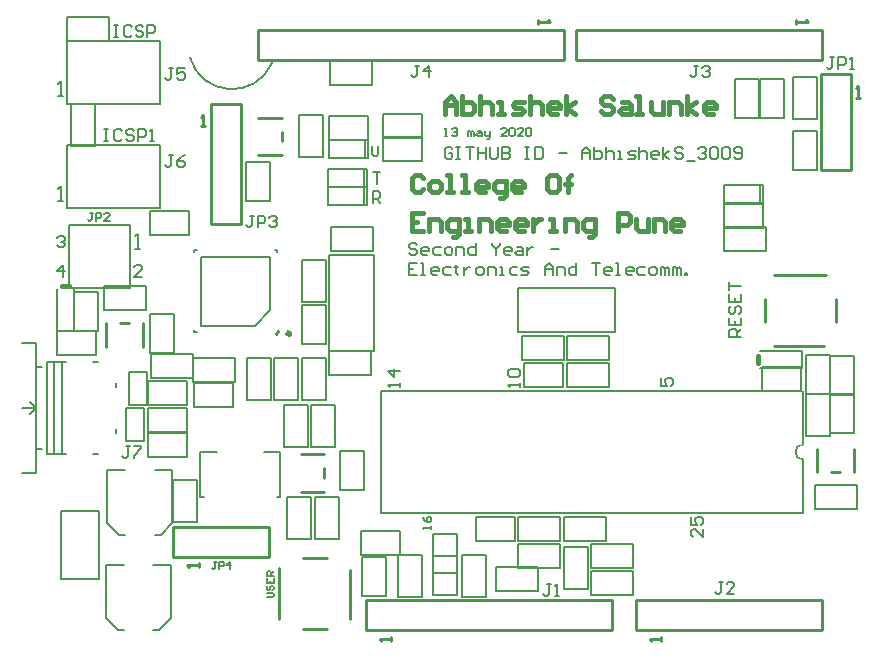
<source format=gto>
G04*
G04 #@! TF.GenerationSoftware,Altium Limited,Altium Designer,20.0.13 (296)*
G04*
G04 Layer_Color=65535*
%FSLAX44Y44*%
%MOMM*%
G71*
G01*
G75*
%ADD10C,0.2000*%
%ADD11C,0.4000*%
%ADD12C,0.2540*%
%ADD13C,0.2032*%
%ADD14C,0.1500*%
%ADD15C,0.1750*%
%ADD16C,0.1600*%
D10*
X115313Y498087D02*
G03*
X184974Y493439I35647J9913D01*
G01*
X634350Y170180D02*
G03*
X634350Y157480I0J-6350D01*
G01*
X194840Y168220D02*
X215160D01*
X194840D02*
Y203780D01*
X215160D01*
Y168220D02*
Y203780D01*
X455220Y42840D02*
Y63160D01*
X490780D01*
Y42840D02*
Y63160D01*
X455220Y42840D02*
X490780D01*
X431840Y47720D02*
X452160D01*
X431840D02*
Y83280D01*
X452160D01*
Y47720D02*
Y83280D01*
X11430Y511810D02*
X90170D01*
Y458470D02*
Y511810D01*
X11430Y458470D02*
X90170D01*
X11430D02*
Y511810D01*
X11630Y423370D02*
X90370D01*
Y370030D02*
Y423370D01*
X11630Y370030D02*
X90370D01*
X11630D02*
Y423370D01*
X64770Y302628D02*
Y355968D01*
X12700D02*
X64770D01*
X12700Y302628D02*
Y355968D01*
Y302628D02*
X64770D01*
X634350Y170180D02*
Y215830D01*
Y111830D02*
Y157480D01*
X277550Y111830D02*
X633350D01*
X277550D02*
Y215830D01*
X633350D01*
X393000Y265000D02*
Y303000D01*
X475000D01*
Y265000D02*
Y303000D01*
X393000Y265000D02*
X475000D01*
X233000Y249000D02*
X271000D01*
X233000D02*
Y331000D01*
X271000D01*
Y249000D02*
Y331000D01*
X598000Y235000D02*
X634000D01*
Y249000D01*
X598000D02*
X634000D01*
X598000Y235000D02*
X634000D01*
Y249000D01*
X598000D02*
X634000D01*
X3000Y266000D02*
Y302000D01*
Y266000D02*
X17000D01*
Y302000D01*
X3000Y266000D02*
Y302000D01*
Y266000D02*
X17000D01*
Y302000D01*
X186840Y208220D02*
X207160D01*
X186840D02*
Y243780D01*
X207160D01*
Y208220D02*
Y243780D01*
X100840Y139780D02*
X121160D01*
Y104220D02*
Y139780D01*
X100840Y104220D02*
X121160D01*
X100840D02*
Y139780D01*
X197840Y125780D02*
X218160D01*
Y90220D02*
Y125780D01*
X197840Y90220D02*
X218160D01*
X197840D02*
Y125780D01*
X455220Y65840D02*
Y86160D01*
X490780D01*
Y65840D02*
Y86160D01*
X455220Y65840D02*
X490780D01*
X269780Y474840D02*
Y495160D01*
X234220Y474840D02*
X269780D01*
X234220D02*
Y495160D01*
X269780D01*
X393220Y65840D02*
Y86160D01*
X428780D01*
Y65840D02*
Y86160D01*
X393220Y65840D02*
X428780D01*
X602780Y333840D02*
Y354160D01*
X567220Y333840D02*
X602780D01*
X567220D02*
Y354160D01*
X602780D01*
X6000Y56000D02*
Y114000D01*
Y56000D02*
X38000D01*
Y114000D01*
X6000D02*
X38000D01*
X567760Y389620D02*
X598240D01*
X567760Y374380D02*
Y389620D01*
Y374380D02*
X598240D01*
Y389620D01*
X232760Y427620D02*
X263240D01*
X232760Y412380D02*
Y427620D01*
Y412380D02*
X263240D01*
Y427620D01*
X232260Y403370D02*
X262740D01*
X232260Y388130D02*
Y403370D01*
Y388130D02*
X262740D01*
Y403370D01*
X232260Y387870D02*
X262740D01*
X232260Y372630D02*
Y387870D01*
Y372630D02*
X262740D01*
Y387870D01*
X119000Y265000D02*
X121000D01*
X119000D02*
Y267000D01*
Y333000D02*
Y335000D01*
X121000D01*
X187000D02*
X189000D01*
Y333000D02*
Y335000D01*
X170300Y270850D02*
X183150Y283700D01*
X124850Y270850D02*
X170300D01*
X124850D02*
Y329150D01*
X183150D01*
Y283700D02*
Y329150D01*
X209840Y208220D02*
Y243780D01*
Y208220D02*
X230160D01*
Y243780D01*
X209840D02*
X230160D01*
X209840Y291220D02*
Y326780D01*
Y291220D02*
X230160D01*
Y326780D01*
X209840D02*
X230160D01*
X184160Y208220D02*
Y243780D01*
X163840D02*
X184160D01*
X163840Y208220D02*
Y243780D01*
Y208220D02*
X184160D01*
X117970Y243160D02*
X153530D01*
X117970Y222840D02*
Y243160D01*
Y222840D02*
X153530D01*
Y243160D01*
X14840Y423220D02*
Y458780D01*
Y423220D02*
X35160D01*
Y458780D01*
X14840D02*
X35160D01*
X235220Y354160D02*
X270780D01*
X235220Y333840D02*
Y354160D01*
Y333840D02*
X270780D01*
Y354160D01*
X233220Y249160D02*
X268780D01*
X233220Y228840D02*
Y249160D01*
Y228840D02*
X268780D01*
Y249160D01*
X646410Y445470D02*
Y481030D01*
X626090D02*
X646410D01*
X626090Y445470D02*
Y481030D01*
Y445470D02*
X646410D01*
X374220Y66160D02*
X409780D01*
X374220Y45840D02*
Y66160D01*
Y45840D02*
X409780D01*
Y66160D01*
X291590Y41220D02*
Y76780D01*
Y41220D02*
X311910D01*
Y76780D01*
X291590D02*
X311910D01*
X345840Y41220D02*
Y76780D01*
Y41220D02*
X366160D01*
Y76780D01*
X345840D02*
X366160D01*
X11220Y532160D02*
X46780D01*
X11220Y511840D02*
Y532160D01*
Y511840D02*
X46780D01*
Y532160D01*
X434220Y218840D02*
X469780D01*
Y239160D01*
X434220D02*
X469780D01*
X434220Y218840D02*
Y239160D01*
X393220Y88840D02*
X428780D01*
Y109160D01*
X393220D02*
X428780D01*
X393220Y88840D02*
Y109160D01*
X431720D02*
X467280D01*
X431720Y88840D02*
Y109160D01*
Y88840D02*
X467280D01*
Y109160D01*
X434220Y262160D02*
X469780D01*
X434220Y241840D02*
Y262160D01*
Y241840D02*
X469780D01*
Y262160D01*
X228160Y413220D02*
Y448780D01*
X207840D02*
X228160D01*
X207840Y413220D02*
Y448780D01*
Y413220D02*
X228160D01*
X396220Y241840D02*
X431780D01*
Y262160D01*
X396220D02*
X431780D01*
X396220Y241840D02*
Y262160D01*
X644220Y135910D02*
X679780D01*
X644220Y115590D02*
Y135910D01*
Y115590D02*
X679780D01*
Y135910D01*
X217840Y168220D02*
Y203780D01*
Y168220D02*
X238160D01*
Y203780D01*
X217840D02*
X238160D01*
X42220Y304160D02*
X77780D01*
X42220Y283840D02*
Y304160D01*
Y283840D02*
X77780D01*
Y304160D01*
X82220Y247160D02*
X117780D01*
X82220Y226840D02*
Y247160D01*
Y226840D02*
X117780D01*
Y247160D01*
X657160Y177220D02*
Y212780D01*
X636840D02*
X657160D01*
X636840Y177220D02*
Y212780D01*
Y177220D02*
X657160D01*
X220840Y90220D02*
Y125780D01*
Y90220D02*
X241160D01*
Y125780D01*
X220840D02*
X241160D01*
X183160Y376490D02*
Y409510D01*
X162840D02*
X183160D01*
X162840Y376490D02*
Y409510D01*
Y376490D02*
X183160D01*
X278490Y429840D02*
Y450160D01*
X311510D01*
Y429840D02*
Y450160D01*
X278490Y429840D02*
X311510D01*
X278490Y409840D02*
X311510D01*
Y430160D01*
X278490D02*
X311510D01*
X278490Y409840D02*
Y430160D01*
X81840Y280510D02*
X102160D01*
Y247490D02*
Y280510D01*
X81840Y247490D02*
X102160D01*
X81840D02*
Y280510D01*
X81490Y368160D02*
X114510D01*
X81490Y347840D02*
Y368160D01*
Y347840D02*
X114510D01*
Y368160D01*
X79490Y203840D02*
Y224160D01*
X112510D01*
Y203840D02*
Y224160D01*
X79490Y203840D02*
X112510D01*
X79490Y180840D02*
X112510D01*
Y201160D01*
X79490D02*
X112510D01*
X79490Y180840D02*
Y201160D01*
Y159840D02*
Y180160D01*
X112510D01*
Y159840D02*
Y180160D01*
X79490Y159840D02*
X112510D01*
X230160Y255490D02*
Y288510D01*
X209840D02*
X230160D01*
X209840Y255490D02*
Y288510D01*
Y255490D02*
X230160D01*
X598340Y446490D02*
X618660D01*
X598340D02*
Y479510D01*
X618660D01*
Y446490D02*
Y479510D01*
X596910Y446490D02*
Y479510D01*
X576590D02*
X596910D01*
X576590Y446490D02*
Y479510D01*
Y446490D02*
X596910D01*
X625840Y402490D02*
X646160D01*
X625840D02*
Y435510D01*
X646160D01*
Y402490D02*
Y435510D01*
X357490Y109160D02*
X390510D01*
X357490Y88840D02*
Y109160D01*
Y88840D02*
X390510D01*
Y109160D01*
X599490Y215840D02*
Y236160D01*
X632510D01*
Y215840D02*
Y236160D01*
X599490Y215840D02*
X632510D01*
X232740Y448160D02*
X265760D01*
X232740Y427840D02*
Y448160D01*
Y427840D02*
X265760D01*
Y448160D01*
X398490Y218840D02*
Y239160D01*
X431510D01*
Y218840D02*
Y239160D01*
X398490Y218840D02*
X431510D01*
X567490Y353840D02*
X600510D01*
Y374160D01*
X567490D02*
X600510D01*
X567490Y353840D02*
Y374160D01*
X657090Y179490D02*
X677410D01*
X657090D02*
Y212510D01*
X677410D01*
Y179490D02*
Y212510D01*
X37160Y266490D02*
Y299510D01*
X16840D02*
X37160D01*
X16840Y266490D02*
Y299510D01*
Y266490D02*
X37160D01*
X657340Y245510D02*
X677660D01*
Y212490D02*
Y245510D01*
X657340Y212490D02*
X677660D01*
X657340D02*
Y245510D01*
X260840Y41490D02*
Y74510D01*
Y41490D02*
X281160D01*
Y74510D01*
X260840D02*
X281160D01*
X242840Y131490D02*
X263160D01*
X242840D02*
Y164510D01*
X263160D01*
Y131490D02*
Y164510D01*
X2490Y245840D02*
X35510D01*
Y266160D01*
X2490D02*
X35510D01*
X2490Y245840D02*
Y266160D01*
X636840Y245760D02*
X657160D01*
Y212740D02*
Y245760D01*
X636840Y212740D02*
X657160D01*
X636840D02*
Y245760D01*
X260490Y97160D02*
X293510D01*
X260490Y76840D02*
Y97160D01*
Y76840D02*
X293510D01*
Y97160D01*
X320840Y94510D02*
X341160D01*
Y61490D02*
Y94510D01*
X320840Y61490D02*
X341160D01*
X320840D02*
Y94510D01*
Y42490D02*
Y75510D01*
Y42490D02*
X341160D01*
Y75510D01*
X320840D02*
X341160D01*
X118490Y201840D02*
Y222160D01*
X151510D01*
Y201840D02*
Y222160D01*
X118490Y201840D02*
X151510D01*
X64130Y204030D02*
Y231970D01*
Y204030D02*
X79370D01*
Y231970D01*
X64130D02*
X79370D01*
X76620Y173030D02*
Y200970D01*
X61380D02*
X76620D01*
X61380Y173030D02*
Y200970D01*
Y173030D02*
X76620D01*
X307665Y339127D02*
X305998Y340793D01*
X302666D01*
X301000Y339127D01*
Y337461D01*
X302666Y335794D01*
X305998D01*
X307665Y334128D01*
Y332462D01*
X305998Y330796D01*
X302666D01*
X301000Y332462D01*
X315995Y330796D02*
X312663D01*
X310997Y332462D01*
Y335794D01*
X312663Y337461D01*
X315995D01*
X317661Y335794D01*
Y334128D01*
X310997D01*
X327658Y337461D02*
X322660D01*
X320994Y335794D01*
Y332462D01*
X322660Y330796D01*
X327658D01*
X332657D02*
X335989D01*
X337655Y332462D01*
Y335794D01*
X335989Y337461D01*
X332657D01*
X330990Y335794D01*
Y332462D01*
X332657Y330796D01*
X340987D02*
Y337461D01*
X345985D01*
X347652Y335794D01*
Y330796D01*
X357648Y340793D02*
Y330796D01*
X352650D01*
X350984Y332462D01*
Y335794D01*
X352650Y337461D01*
X357648D01*
X370978Y340793D02*
Y339127D01*
X374310Y335794D01*
X377642Y339127D01*
Y340793D01*
X374310Y335794D02*
Y330796D01*
X385973D02*
X382640D01*
X380974Y332462D01*
Y335794D01*
X382640Y337461D01*
X385973D01*
X387639Y335794D01*
Y334128D01*
X380974D01*
X392637Y337461D02*
X395969D01*
X397635Y335794D01*
Y330796D01*
X392637D01*
X390971Y332462D01*
X392637Y334128D01*
X397635D01*
X400968Y337461D02*
Y330796D01*
Y334128D01*
X402634Y335794D01*
X404300Y337461D01*
X405966D01*
X420961Y335794D02*
X427626D01*
X307665Y323997D02*
X301000D01*
Y314000D01*
X307665D01*
X301000Y318998D02*
X304332D01*
X310997Y314000D02*
X314329D01*
X312663D01*
Y323997D01*
X310997D01*
X324326Y314000D02*
X320994D01*
X319327Y315666D01*
Y318998D01*
X320994Y320664D01*
X324326D01*
X325992Y318998D01*
Y317332D01*
X319327D01*
X335989Y320664D02*
X330990D01*
X329324Y318998D01*
Y315666D01*
X330990Y314000D01*
X335989D01*
X340987Y322331D02*
Y320664D01*
X339321D01*
X342653D01*
X340987D01*
Y315666D01*
X342653Y314000D01*
X347652Y320664D02*
Y314000D01*
Y317332D01*
X349318Y318998D01*
X350984Y320664D01*
X352650D01*
X359314Y314000D02*
X362647D01*
X364313Y315666D01*
Y318998D01*
X362647Y320664D01*
X359314D01*
X357648Y318998D01*
Y315666D01*
X359314Y314000D01*
X367645D02*
Y320664D01*
X372644D01*
X374310Y318998D01*
Y314000D01*
X377642D02*
X380974D01*
X379308D01*
Y320664D01*
X377642D01*
X392637D02*
X387639D01*
X385973Y318998D01*
Y315666D01*
X387639Y314000D01*
X392637D01*
X395969D02*
X400968D01*
X402634Y315666D01*
X400968Y317332D01*
X397635D01*
X395969Y318998D01*
X397635Y320664D01*
X402634D01*
X415963Y314000D02*
Y320664D01*
X419295Y323997D01*
X422627Y320664D01*
Y314000D01*
Y318998D01*
X415963D01*
X425960Y314000D02*
Y320664D01*
X430958D01*
X432624Y318998D01*
Y314000D01*
X442621Y323997D02*
Y314000D01*
X437623D01*
X435956Y315666D01*
Y318998D01*
X437623Y320664D01*
X442621D01*
X455950Y323997D02*
X462615D01*
X459282D01*
Y314000D01*
X470945D02*
X467613D01*
X465947Y315666D01*
Y318998D01*
X467613Y320664D01*
X470945D01*
X472611Y318998D01*
Y317332D01*
X465947D01*
X475944Y314000D02*
X479276D01*
X477610D01*
Y323997D01*
X475944D01*
X489273Y314000D02*
X485940D01*
X484274Y315666D01*
Y318998D01*
X485940Y320664D01*
X489273D01*
X490939Y318998D01*
Y317332D01*
X484274D01*
X500936Y320664D02*
X495937D01*
X494271Y318998D01*
Y315666D01*
X495937Y314000D01*
X500936D01*
X505934D02*
X509266D01*
X510932Y315666D01*
Y318998D01*
X509266Y320664D01*
X505934D01*
X504268Y318998D01*
Y315666D01*
X505934Y314000D01*
X514265D02*
Y320664D01*
X515931D01*
X517597Y318998D01*
Y314000D01*
Y318998D01*
X519263Y320664D01*
X520929Y318998D01*
Y314000D01*
X524261D02*
Y320664D01*
X525928D01*
X527594Y318998D01*
Y314000D01*
Y318998D01*
X529260Y320664D01*
X530926Y318998D01*
Y314000D01*
X534258D02*
Y315666D01*
X535924D01*
Y314000D01*
X534258D01*
X4000Y465000D02*
X8232D01*
X6116D01*
Y477696D01*
X4000Y475580D01*
Y376000D02*
X8232D01*
X6116D01*
Y388696D01*
X4000Y386580D01*
X69000Y336000D02*
X73232D01*
X71116D01*
Y348696D01*
X69000Y346580D01*
X331000Y431333D02*
X333333D01*
X332166D01*
Y438330D01*
X331000Y437164D01*
X336832D02*
X337998Y438330D01*
X340330D01*
X341497Y437164D01*
Y435998D01*
X340330Y434831D01*
X339164D01*
X340330D01*
X341497Y433665D01*
Y432499D01*
X340330Y431333D01*
X337998D01*
X336832Y432499D01*
X350827Y431333D02*
Y435998D01*
X351993D01*
X353159Y434831D01*
Y431333D01*
Y434831D01*
X354326Y435998D01*
X355492Y434831D01*
Y431333D01*
X358991Y435998D02*
X361324D01*
X362490Y434831D01*
Y431333D01*
X358991D01*
X357825Y432499D01*
X358991Y433665D01*
X362490D01*
X364823Y435998D02*
Y432499D01*
X365989Y431333D01*
X369488D01*
Y430166D01*
X368321Y429000D01*
X367155D01*
X369488Y431333D02*
Y435998D01*
X383483Y431333D02*
X378818D01*
X383483Y435998D01*
Y437164D01*
X382317Y438330D01*
X379984D01*
X378818Y437164D01*
X385816D02*
X386982Y438330D01*
X389315D01*
X390481Y437164D01*
Y432499D01*
X389315Y431333D01*
X386982D01*
X385816Y432499D01*
Y437164D01*
X397479Y431333D02*
X392813D01*
X397479Y435998D01*
Y437164D01*
X396312Y438330D01*
X393980D01*
X392813Y437164D01*
X399811D02*
X400978Y438330D01*
X403310D01*
X404476Y437164D01*
Y432499D01*
X403310Y431333D01*
X400978D01*
X399811Y432499D01*
Y437164D01*
X337664Y419997D02*
X335998Y421663D01*
X332666D01*
X331000Y419997D01*
Y413332D01*
X332666Y411666D01*
X335998D01*
X337664Y413332D01*
Y416665D01*
X334332D01*
X340997Y421663D02*
X344329D01*
X342663D01*
Y411666D01*
X340997D01*
X344329D01*
X349327Y421663D02*
X355992D01*
X352660D01*
Y411666D01*
X359324Y421663D02*
Y411666D01*
Y416665D01*
X365989D01*
Y421663D01*
Y411666D01*
X369321Y421663D02*
Y413332D01*
X370987Y411666D01*
X374319D01*
X375985Y413332D01*
Y421663D01*
X379318D02*
Y411666D01*
X384316D01*
X385982Y413332D01*
Y414998D01*
X384316Y416665D01*
X379318D01*
X384316D01*
X385982Y418331D01*
Y419997D01*
X384316Y421663D01*
X379318D01*
X399311D02*
X402644D01*
X400978D01*
Y411666D01*
X399311D01*
X402644D01*
X407642Y421663D02*
Y411666D01*
X412640D01*
X414306Y413332D01*
Y419997D01*
X412640Y421663D01*
X407642D01*
X427635Y416665D02*
X434300D01*
X447629Y411666D02*
Y418331D01*
X450961Y421663D01*
X454294Y418331D01*
Y411666D01*
Y416665D01*
X447629D01*
X457626Y421663D02*
Y411666D01*
X462624D01*
X464290Y413332D01*
Y414998D01*
Y416665D01*
X462624Y418331D01*
X457626D01*
X467623Y421663D02*
Y411666D01*
Y416665D01*
X469289Y418331D01*
X472621D01*
X474287Y416665D01*
Y411666D01*
X477619D02*
X480952D01*
X479286D01*
Y418331D01*
X477619D01*
X485950Y411666D02*
X490948D01*
X492615Y413332D01*
X490948Y414998D01*
X487616D01*
X485950Y416665D01*
X487616Y418331D01*
X492615D01*
X495947Y421663D02*
Y411666D01*
Y416665D01*
X497613Y418331D01*
X500945D01*
X502611Y416665D01*
Y411666D01*
X510942D02*
X507610D01*
X505944Y413332D01*
Y416665D01*
X507610Y418331D01*
X510942D01*
X512608Y416665D01*
Y414998D01*
X505944D01*
X515940Y411666D02*
Y421663D01*
Y414998D02*
X520939Y418331D01*
X515940Y414998D02*
X520939Y411666D01*
X532602Y419997D02*
X530936Y421663D01*
X527603D01*
X525937Y419997D01*
Y418331D01*
X527603Y416665D01*
X530936D01*
X532602Y414998D01*
Y413332D01*
X530936Y411666D01*
X527603D01*
X525937Y413332D01*
X535934Y410000D02*
X542598D01*
X545931Y419997D02*
X547597Y421663D01*
X550929D01*
X552595Y419997D01*
Y418331D01*
X550929Y416665D01*
X549263D01*
X550929D01*
X552595Y414998D01*
Y413332D01*
X550929Y411666D01*
X547597D01*
X545931Y413332D01*
X555928Y419997D02*
X557594Y421663D01*
X560926D01*
X562592Y419997D01*
Y413332D01*
X560926Y411666D01*
X557594D01*
X555928Y413332D01*
Y419997D01*
X565924D02*
X567590Y421663D01*
X570923D01*
X572589Y419997D01*
Y413332D01*
X570923Y411666D01*
X567590D01*
X565924Y413332D01*
Y419997D01*
X575921Y413332D02*
X577587Y411666D01*
X580919D01*
X582586Y413332D01*
Y419997D01*
X580919Y421663D01*
X577587D01*
X575921Y419997D01*
Y418331D01*
X577587Y416665D01*
X582586D01*
X270000Y400997D02*
X276665D01*
X273332D01*
Y391000D01*
X270000Y375000D02*
Y384997D01*
X274998D01*
X276665Y383331D01*
Y379998D01*
X274998Y378332D01*
X270000D01*
X273332D02*
X276665Y375000D01*
X550000Y98665D02*
Y92000D01*
X543335Y98665D01*
X541669D01*
X540003Y96998D01*
Y93666D01*
X541669Y92000D01*
X540003Y108661D02*
Y101997D01*
X545002D01*
X543335Y105329D01*
Y106995D01*
X545002Y108661D01*
X548334D01*
X550000Y106995D01*
Y103663D01*
X548334Y101997D01*
X293000Y219000D02*
Y222332D01*
Y220666D01*
X283003D01*
X284669Y219000D01*
X293000Y232329D02*
X283003D01*
X288002Y227331D01*
Y233995D01*
X395000Y219000D02*
Y222332D01*
Y220666D01*
X385003D01*
X386669Y219000D01*
Y227331D02*
X385003Y228997D01*
Y232329D01*
X386669Y233995D01*
X393334D01*
X395000Y232329D01*
Y228997D01*
X393334Y227331D01*
X386669D01*
X514003Y226665D02*
Y220000D01*
X519002D01*
X517335Y223332D01*
Y224998D01*
X519002Y226665D01*
X522334D01*
X524000Y224998D01*
Y221666D01*
X522334Y220000D01*
X74665Y312000D02*
X68000D01*
X74665Y318664D01*
Y320331D01*
X72998Y321997D01*
X69666D01*
X68000Y320331D01*
X7998Y312000D02*
Y321997D01*
X3000Y316998D01*
X9664D01*
X3000Y345331D02*
X4666Y346997D01*
X7998D01*
X9664Y345331D01*
Y343665D01*
X7998Y341998D01*
X6332D01*
X7998D01*
X9664Y340332D01*
Y338666D01*
X7998Y337000D01*
X4666D01*
X3000Y338666D01*
X43000Y436997D02*
X46332D01*
X44666D01*
Y427000D01*
X43000D01*
X46332D01*
X57995Y435331D02*
X56329Y436997D01*
X52997D01*
X51331Y435331D01*
Y428666D01*
X52997Y427000D01*
X56329D01*
X57995Y428666D01*
X67992Y435331D02*
X66326Y436997D01*
X62993D01*
X61327Y435331D01*
Y433665D01*
X62993Y431998D01*
X66326D01*
X67992Y430332D01*
Y428666D01*
X66326Y427000D01*
X62993D01*
X61327Y428666D01*
X71324Y427000D02*
Y436997D01*
X76323D01*
X77989Y435331D01*
Y431998D01*
X76323Y430332D01*
X71324D01*
X81321Y427000D02*
X84653D01*
X82987D01*
Y436997D01*
X81321Y435331D01*
X51000Y524997D02*
X54332D01*
X52666D01*
Y515000D01*
X51000D01*
X54332D01*
X65995Y523331D02*
X64329Y524997D01*
X60997D01*
X59331Y523331D01*
Y516666D01*
X60997Y515000D01*
X64329D01*
X65995Y516666D01*
X75992Y523331D02*
X74326Y524997D01*
X70994D01*
X69327Y523331D01*
Y521665D01*
X70994Y519998D01*
X74326D01*
X75992Y518332D01*
Y516666D01*
X74326Y515000D01*
X70994D01*
X69327Y516666D01*
X79324Y515000D02*
Y524997D01*
X84323D01*
X85989Y523331D01*
Y519998D01*
X84323Y518332D01*
X79324D01*
X582000Y261000D02*
X572003D01*
Y265998D01*
X573669Y267665D01*
X577002D01*
X578668Y265998D01*
Y261000D01*
Y264332D02*
X582000Y267665D01*
X572003Y277661D02*
Y270997D01*
X582000D01*
Y277661D01*
X577002Y270997D02*
Y274329D01*
X573669Y287658D02*
X572003Y285992D01*
Y282660D01*
X573669Y280993D01*
X575336D01*
X577002Y282660D01*
Y285992D01*
X578668Y287658D01*
X580334D01*
X582000Y285992D01*
Y282660D01*
X580334Y280993D01*
X572003Y297655D02*
Y290990D01*
X582000D01*
Y297655D01*
X577002Y290990D02*
Y294323D01*
X572003Y300987D02*
Y307652D01*
Y304319D01*
X582000D01*
X169335Y363998D02*
X166003D01*
X167669D01*
Y355668D01*
X166003Y354002D01*
X164337D01*
X162671Y355668D01*
X172668Y354002D02*
Y363998D01*
X177666D01*
X179332Y362332D01*
Y359000D01*
X177666Y357334D01*
X172668D01*
X182665Y362332D02*
X184331Y363998D01*
X187663D01*
X189329Y362332D01*
Y360666D01*
X187663Y359000D01*
X185997D01*
X187663D01*
X189329Y357334D01*
Y355668D01*
X187663Y354002D01*
X184331D01*
X182665Y355668D01*
X661002Y497998D02*
X657669D01*
X659335D01*
Y489668D01*
X657669Y488002D01*
X656003D01*
X654337Y489668D01*
X664334Y488002D02*
Y497998D01*
X669332D01*
X670998Y496332D01*
Y493000D01*
X669332Y491334D01*
X664334D01*
X674331Y488002D02*
X677663D01*
X675997D01*
Y497998D01*
X674331Y496332D01*
X64334Y168998D02*
X61002D01*
X62668D01*
Y160668D01*
X61002Y159002D01*
X59335D01*
X57669Y160668D01*
X67666Y168998D02*
X74331D01*
Y167332D01*
X67666Y160668D01*
Y159002D01*
X101334Y414998D02*
X98002D01*
X99668D01*
Y406668D01*
X98002Y405002D01*
X96335D01*
X94669Y406668D01*
X111331Y414998D02*
X107998Y413332D01*
X104666Y410000D01*
Y406668D01*
X106332Y405002D01*
X109664D01*
X111331Y406668D01*
Y408334D01*
X109664Y410000D01*
X104666D01*
X101334Y488998D02*
X98002D01*
X99668D01*
Y480668D01*
X98002Y479002D01*
X96335D01*
X94669Y480668D01*
X111331Y488998D02*
X104666D01*
Y484000D01*
X107998Y485666D01*
X109664D01*
X111331Y484000D01*
Y480668D01*
X109664Y479002D01*
X106332D01*
X104666Y480668D01*
X309334Y490998D02*
X306002D01*
X307668D01*
Y482668D01*
X306002Y481002D01*
X304335D01*
X302669Y482668D01*
X317665Y481002D02*
Y490998D01*
X312666Y486000D01*
X319331D01*
X545334Y490998D02*
X542002D01*
X543668D01*
Y482668D01*
X542002Y481002D01*
X540336D01*
X538669Y482668D01*
X548666Y489332D02*
X550332Y490998D01*
X553665D01*
X555331Y489332D01*
Y487666D01*
X553665Y486000D01*
X551998D01*
X553665D01*
X555331Y484334D01*
Y482668D01*
X553665Y481002D01*
X550332D01*
X548666Y482668D01*
X566334Y53998D02*
X563002D01*
X564668D01*
Y45668D01*
X563002Y44002D01*
X561335D01*
X559669Y45668D01*
X576331Y44002D02*
X569666D01*
X576331Y50666D01*
Y52332D01*
X574664Y53998D01*
X571332D01*
X569666Y52332D01*
X421000Y51998D02*
X417668D01*
X419334D01*
Y43668D01*
X417668Y42002D01*
X416002D01*
X414336Y43668D01*
X424332Y42002D02*
X427664D01*
X425998D01*
Y51998D01*
X424332Y50332D01*
D11*
X200000Y264000D02*
G03*
X200000Y264000I-1000J0D01*
G01*
X596000Y239000D02*
Y245000D01*
Y239000D02*
Y245000D01*
X7000Y304000D02*
X13000D01*
X7000D02*
X13000D01*
X312997Y396087D02*
X310498Y398586D01*
X305499D01*
X303000Y396087D01*
Y386090D01*
X305499Y383591D01*
X310498D01*
X312997Y386090D01*
X320494Y383591D02*
X325493D01*
X327992Y386090D01*
Y391088D01*
X325493Y393588D01*
X320494D01*
X317995Y391088D01*
Y386090D01*
X320494Y383591D01*
X332990D02*
X337989D01*
X335490D01*
Y398586D01*
X332990D01*
X345486Y383591D02*
X350485D01*
X347985D01*
Y398586D01*
X345486D01*
X365480Y383591D02*
X360481D01*
X357982Y386090D01*
Y391088D01*
X360481Y393588D01*
X365480D01*
X367979Y391088D01*
Y388589D01*
X357982D01*
X377976Y378592D02*
X380475D01*
X382974Y381092D01*
Y393588D01*
X375476D01*
X372977Y391088D01*
Y386090D01*
X375476Y383591D01*
X382974D01*
X395470D02*
X390472D01*
X387972Y386090D01*
Y391088D01*
X390472Y393588D01*
X395470D01*
X397969Y391088D01*
Y388589D01*
X387972D01*
X425460Y398586D02*
X420462D01*
X417963Y396087D01*
Y386090D01*
X420462Y383591D01*
X425460D01*
X427960Y386090D01*
Y396087D01*
X425460Y398586D01*
X435457Y383591D02*
Y396087D01*
Y391088D01*
X432958D01*
X437956D01*
X435457D01*
Y396087D01*
X437956Y398586D01*
X312997Y365993D02*
X303000D01*
Y350998D01*
X312997D01*
X303000Y358496D02*
X307998D01*
X317995Y350998D02*
Y360995D01*
X325493D01*
X327992Y358496D01*
Y350998D01*
X337989Y346000D02*
X340488D01*
X342987Y348499D01*
Y360995D01*
X335490D01*
X332990Y358496D01*
Y353498D01*
X335490Y350998D01*
X342987D01*
X347985D02*
X352984D01*
X350485D01*
Y360995D01*
X347985D01*
X360481Y350998D02*
Y360995D01*
X367979D01*
X370478Y358496D01*
Y350998D01*
X382974D02*
X377976D01*
X375476Y353498D01*
Y358496D01*
X377976Y360995D01*
X382974D01*
X385473Y358496D01*
Y355997D01*
X375476D01*
X397969Y350998D02*
X392971D01*
X390472Y353498D01*
Y358496D01*
X392971Y360995D01*
X397969D01*
X400468Y358496D01*
Y355997D01*
X390472D01*
X405467Y360995D02*
Y350998D01*
Y355997D01*
X407966Y358496D01*
X410465Y360995D01*
X412964D01*
X420462Y350998D02*
X425460D01*
X422961D01*
Y360995D01*
X420462D01*
X432958Y350998D02*
Y360995D01*
X440456D01*
X442955Y358496D01*
Y350998D01*
X452952Y346000D02*
X455451D01*
X457950Y348499D01*
Y360995D01*
X450452D01*
X447953Y358496D01*
Y353498D01*
X450452Y350998D01*
X457950D01*
X477943D02*
Y365993D01*
X485441D01*
X487940Y363494D01*
Y358496D01*
X485441Y355997D01*
X477943D01*
X492938Y360995D02*
Y353498D01*
X495438Y350998D01*
X502935D01*
Y360995D01*
X507934Y350998D02*
Y360995D01*
X515431D01*
X517930Y358496D01*
Y350998D01*
X530426D02*
X525428D01*
X522929Y353498D01*
Y358496D01*
X525428Y360995D01*
X530426D01*
X532926Y358496D01*
Y355997D01*
X522929D01*
X331000Y450000D02*
Y459997D01*
X335998Y464995D01*
X340997Y459997D01*
Y450000D01*
Y457498D01*
X331000D01*
X345995Y464995D02*
Y450000D01*
X353493D01*
X355992Y452499D01*
Y454998D01*
Y457498D01*
X353493Y459997D01*
X345995D01*
X360990Y464995D02*
Y450000D01*
Y457498D01*
X363489Y459997D01*
X368488D01*
X370987Y457498D01*
Y450000D01*
X375985D02*
X380984D01*
X378485D01*
Y459997D01*
X375985D01*
X388481Y450000D02*
X395979D01*
X398478Y452499D01*
X395979Y454998D01*
X390981D01*
X388481Y457498D01*
X390981Y459997D01*
X398478D01*
X403476Y464995D02*
Y450000D01*
Y457498D01*
X405976Y459997D01*
X410974D01*
X413473Y457498D01*
Y450000D01*
X425969D02*
X420971D01*
X418472Y452499D01*
Y457498D01*
X420971Y459997D01*
X425969D01*
X428468Y457498D01*
Y454998D01*
X418472D01*
X433467Y450000D02*
Y464995D01*
Y454998D02*
X440964Y459997D01*
X433467Y454998D02*
X440964Y450000D01*
X473454Y462496D02*
X470955Y464995D01*
X465956D01*
X463457Y462496D01*
Y459997D01*
X465956Y457498D01*
X470955D01*
X473454Y454998D01*
Y452499D01*
X470955Y450000D01*
X465956D01*
X463457Y452499D01*
X480951Y459997D02*
X485950D01*
X488449Y457498D01*
Y450000D01*
X480951D01*
X478452Y452499D01*
X480951Y454998D01*
X488449D01*
X493447Y450000D02*
X498446D01*
X495947D01*
Y464995D01*
X493447D01*
X505943Y459997D02*
Y452499D01*
X508442Y450000D01*
X515940D01*
Y459997D01*
X520938Y450000D02*
Y459997D01*
X528436D01*
X530935Y457498D01*
Y450000D01*
X535934D02*
Y464995D01*
Y454998D02*
X543431Y459997D01*
X535934Y454998D02*
X543431Y450000D01*
X558426D02*
X553428D01*
X550929Y452499D01*
Y457498D01*
X553428Y459997D01*
X558426D01*
X560925Y457498D01*
Y454998D01*
X550929D01*
D12*
X431800Y495300D02*
Y520700D01*
X172720Y495300D02*
X431800D01*
X172720D02*
Y520700D01*
X431800D01*
X264160Y12700D02*
Y38100D01*
X472440D01*
Y12700D02*
Y38100D01*
X264160Y12700D02*
X472440D01*
X650240Y495300D02*
Y520700D01*
X441960Y495300D02*
X650240D01*
X441960D02*
Y520700D01*
X650240D01*
X492760Y12700D02*
X650240D01*
Y38100D01*
X492760D02*
X650240D01*
X492760Y12700D02*
Y38100D01*
X133300Y458700D02*
X158700D01*
Y357100D02*
Y458700D01*
X133300Y357100D02*
X158700D01*
X133300D02*
Y458700D01*
X649300Y484240D02*
X674700D01*
Y402960D02*
Y484240D01*
X649300Y402960D02*
Y484240D01*
Y402960D02*
X674700D01*
X100960Y75300D02*
Y100700D01*
X182240D01*
X100960Y75300D02*
X182240D01*
Y100700D01*
X173000Y447000D02*
X193000D01*
X173000Y415000D02*
X193000D01*
Y427000D02*
Y435000D01*
X44000Y253000D02*
Y273000D01*
X76000Y253000D02*
Y273000D01*
X56000D02*
X64000D01*
X678000Y146500D02*
Y166500D01*
X646000Y146500D02*
Y166500D01*
X658000Y146500D02*
X666000D01*
X209000Y162000D02*
X229000D01*
X209000Y130000D02*
X229000D01*
Y142000D02*
Y150000D01*
X188000Y264000D02*
X190000Y266000D01*
X211000Y74000D02*
X231000D01*
X211000Y14000D02*
X231000D01*
X251000Y22000D02*
Y64000D01*
X191000Y22000D02*
Y66000D01*
X661952Y273718D02*
Y293718D01*
X601952Y273718D02*
Y293718D01*
X609952Y253718D02*
X651952D01*
X609952Y313718D02*
X653952D01*
X410100Y529460D02*
Y526128D01*
Y527794D01*
X420097D01*
X418431Y529460D01*
X285860Y3940D02*
Y7272D01*
Y5606D01*
X275863D01*
X277529Y3940D01*
X628540Y529460D02*
Y526128D01*
Y527794D01*
X638537D01*
X636871Y529460D01*
X514460Y3940D02*
Y7272D01*
Y5606D01*
X504463D01*
X506129Y3940D01*
X124540Y439540D02*
X127872D01*
X126206D01*
Y449537D01*
X124540Y447871D01*
X679540Y463540D02*
X682872D01*
X681206D01*
Y473537D01*
X679540Y471871D01*
X122660Y66540D02*
Y69872D01*
Y68206D01*
X112663D01*
X114329Y66540D01*
D13*
X124000Y126000D02*
X127000D01*
X189000D02*
X192000D01*
Y164000D01*
X178000D02*
X192000D01*
X124000D02*
X138000D01*
X124000Y126000D02*
Y164000D01*
X90500Y93500D02*
X100500Y103500D01*
X85500Y93500D02*
X90500D01*
X45500Y103500D02*
X55500Y93500D01*
X60500D01*
X45500Y148500D02*
X60500D01*
X45500Y103500D02*
Y148500D01*
X85500Y148500D02*
X100500D01*
Y103500D02*
Y148500D01*
X89500Y13500D02*
X99500Y23500D01*
X84500Y13500D02*
X89500D01*
X44500Y23500D02*
X54500Y13500D01*
X59500D01*
X44500Y68500D02*
X59500D01*
X44500Y23500D02*
Y68500D01*
X84500Y68500D02*
X99500D01*
Y23500D02*
Y68500D01*
X598240Y389620D02*
X600780D01*
Y374380D02*
Y389620D01*
X598240Y374380D02*
X600780D01*
X263240Y427620D02*
X265780D01*
Y412380D02*
Y427620D01*
X263240Y412380D02*
X265780D01*
X262740Y403370D02*
X265280D01*
Y388130D02*
Y403370D01*
X262740Y388130D02*
X265280D01*
X262740Y387870D02*
X265280D01*
Y372630D02*
Y387870D01*
X262740Y372630D02*
X265280D01*
X7370Y162000D02*
Y240000D01*
X370Y162000D02*
Y240000D01*
X33370D02*
X37370D01*
X33370Y162000D02*
X37370D01*
X52370Y219000D02*
Y222000D01*
Y180000D02*
Y183000D01*
X-5630Y240000D02*
X10370D01*
X-5630Y162000D02*
Y240000D01*
Y162000D02*
X10370D01*
X-14630Y146000D02*
Y256000D01*
X-26630Y146000D02*
X-14630D01*
X-26630Y256000D02*
X-14630D01*
Y236000D02*
X-9630D01*
X-14630Y166000D02*
X-9630D01*
X-26630Y201000D02*
X-14630D01*
X-19630Y206000D02*
X-14630Y201000D01*
X-19630Y206000D02*
X-14630Y201000D01*
Y200000D02*
Y201000D01*
X-19630Y196000D02*
X-14630Y201000D01*
D14*
X269500Y422497D02*
Y415833D01*
X270833Y414500D01*
X273499D01*
X274832Y415833D01*
Y422497D01*
X319500Y98500D02*
Y100833D01*
Y99666D01*
X312502D01*
X313668Y98500D01*
X312502Y108997D02*
X313668Y106664D01*
X316001Y104331D01*
X318334D01*
X319500Y105498D01*
Y107830D01*
X318334Y108997D01*
X317167D01*
X316001Y107830D01*
Y104331D01*
X33335Y366499D02*
X31002D01*
X32169D01*
Y360667D01*
X31002Y359501D01*
X29836D01*
X28670Y360667D01*
X35667Y359501D02*
Y366499D01*
X39166D01*
X40333Y365333D01*
Y363000D01*
X39166Y361834D01*
X35667D01*
X47330Y359501D02*
X42665D01*
X47330Y364166D01*
Y365333D01*
X46164Y366499D01*
X43832D01*
X42665Y365333D01*
D15*
X180252Y40750D02*
X185250D01*
X186250Y41750D01*
Y43749D01*
X185250Y44749D01*
X180252D01*
X181252Y50747D02*
X180252Y49747D01*
Y47748D01*
X181252Y46748D01*
X182251D01*
X183251Y47748D01*
Y49747D01*
X184251Y50747D01*
X185250D01*
X186250Y49747D01*
Y47748D01*
X185250Y46748D01*
X180252Y56745D02*
Y52746D01*
X186250D01*
Y56745D01*
X183251Y52746D02*
Y54745D01*
X186250Y58744D02*
X180252D01*
Y61743D01*
X181252Y62743D01*
X183251D01*
X184251Y61743D01*
Y58744D01*
Y60743D02*
X186250Y62743D01*
D16*
X138001Y70999D02*
X136002D01*
X137002D01*
Y66001D01*
X136002Y65001D01*
X135002D01*
X134003Y66001D01*
X140001Y65001D02*
Y70999D01*
X143000D01*
X143999Y69999D01*
Y68000D01*
X143000Y67000D01*
X140001D01*
X148998Y65001D02*
Y70999D01*
X145999Y68000D01*
X149997D01*
M02*

</source>
